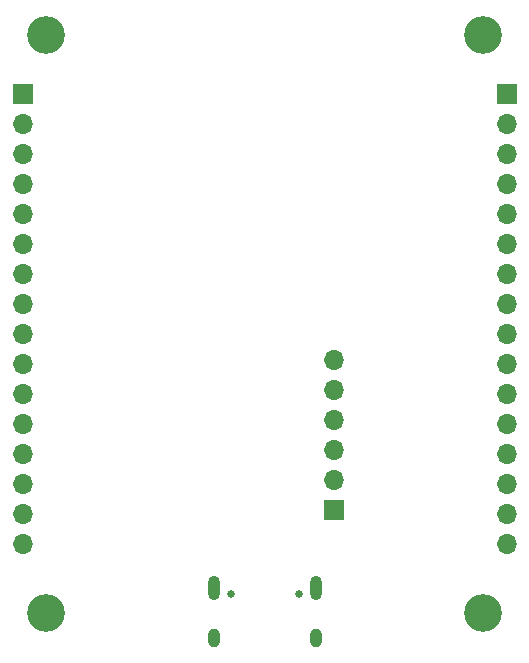
<source format=gbs>
%TF.GenerationSoftware,KiCad,Pcbnew,8.0.2*%
%TF.CreationDate,2024-06-06T14:24:50+10:00*%
%TF.ProjectId,design,64657369-676e-42e6-9b69-6361645f7063,rev?*%
%TF.SameCoordinates,Original*%
%TF.FileFunction,Soldermask,Bot*%
%TF.FilePolarity,Negative*%
%FSLAX46Y46*%
G04 Gerber Fmt 4.6, Leading zero omitted, Abs format (unit mm)*
G04 Created by KiCad (PCBNEW 8.0.2) date 2024-06-06 14:24:50*
%MOMM*%
%LPD*%
G01*
G04 APERTURE LIST*
%ADD10C,0.650000*%
%ADD11O,1.000000X2.100000*%
%ADD12O,1.000000X1.600000*%
%ADD13C,3.200000*%
%ADD14R,1.700000X1.700000*%
%ADD15O,1.700000X1.700000*%
G04 APERTURE END LIST*
D10*
%TO.C,J1*%
X69610000Y-106395000D03*
X75390000Y-106395000D03*
D11*
X68180000Y-105895000D03*
D12*
X68180000Y-110075000D03*
D11*
X76820000Y-105895000D03*
D12*
X76820000Y-110075000D03*
%TD*%
D13*
%TO.C,H2*%
X91000000Y-108000000D03*
%TD*%
%TO.C,H1*%
X54000000Y-108000000D03*
%TD*%
%TO.C,H4*%
X54000000Y-59000000D03*
%TD*%
D14*
%TO.C,J2*%
X93000000Y-64000000D03*
D15*
X93000000Y-66540000D03*
X93000000Y-69080000D03*
X93000000Y-71620000D03*
X93000000Y-74160000D03*
X93000000Y-76700000D03*
X93000000Y-79240000D03*
X93000000Y-81780000D03*
X93000000Y-84320000D03*
X93000000Y-86860000D03*
X93000000Y-89400000D03*
X93000000Y-91940000D03*
X93000000Y-94480000D03*
X93000000Y-97020000D03*
X93000000Y-99560000D03*
X93000000Y-102100000D03*
%TD*%
D14*
%TO.C,J6*%
X52000000Y-64000000D03*
D15*
X52000000Y-66540000D03*
X52000000Y-69080000D03*
X52000000Y-71620000D03*
X52000000Y-74160000D03*
X52000000Y-76700000D03*
X52000000Y-79240000D03*
X52000000Y-81780000D03*
X52000000Y-84320000D03*
X52000000Y-86860000D03*
X52000000Y-89400000D03*
X52000000Y-91940000D03*
X52000000Y-94480000D03*
X52000000Y-97020000D03*
X52000000Y-99560000D03*
X52000000Y-102100000D03*
%TD*%
D14*
%TO.C,J5*%
X78400000Y-99260000D03*
D15*
X78400000Y-96720000D03*
X78400000Y-94180000D03*
X78400000Y-91640000D03*
X78400000Y-89100000D03*
X78400000Y-86560000D03*
%TD*%
D13*
%TO.C,H3*%
X91000000Y-59000000D03*
%TD*%
M02*

</source>
